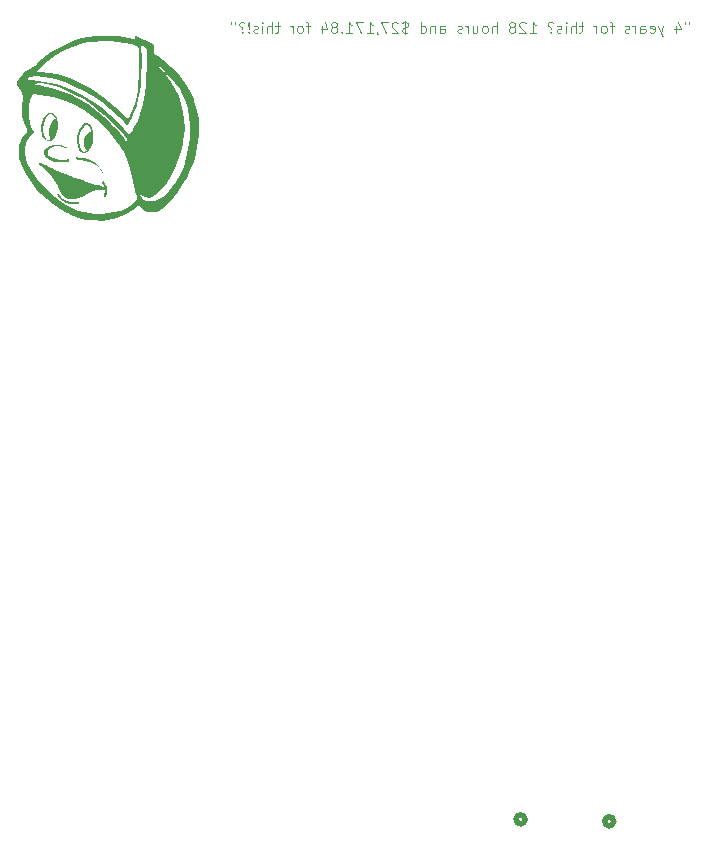
<source format=gbo>
%TF.GenerationSoftware,KiCad,Pcbnew,8.0.3*%
%TF.CreationDate,2024-09-13T09:02:13-04:00*%
%TF.ProjectId,G7 Senior Design V2,47372053-656e-4696-9f72-204465736967,rev?*%
%TF.SameCoordinates,Original*%
%TF.FileFunction,Legend,Bot*%
%TF.FilePolarity,Positive*%
%FSLAX46Y46*%
G04 Gerber Fmt 4.6, Leading zero omitted, Abs format (unit mm)*
G04 Created by KiCad (PCBNEW 8.0.3) date 2024-09-13 09:02:13*
%MOMM*%
%LPD*%
G01*
G04 APERTURE LIST*
%ADD10C,0.100000*%
%ADD11C,0.508000*%
%ADD12C,0.000000*%
%ADD13C,1.574800*%
%ADD14C,1.300000*%
%ADD15O,3.204000X1.704000*%
%ADD16O,3.404000X1.804000*%
%ADD17C,3.580000*%
G04 APERTURE END LIST*
D10*
X198762782Y-51984657D02*
X198762782Y-52156085D01*
X198419925Y-51984657D02*
X198419925Y-52156085D01*
X197648497Y-52284657D02*
X197648497Y-52884657D01*
X197862782Y-51941800D02*
X198077068Y-52584657D01*
X198077068Y-52584657D02*
X197519925Y-52584657D01*
X196577068Y-52284657D02*
X196362782Y-52884657D01*
X196148497Y-52284657D02*
X196362782Y-52884657D01*
X196362782Y-52884657D02*
X196448497Y-53098942D01*
X196448497Y-53098942D02*
X196491354Y-53141800D01*
X196491354Y-53141800D02*
X196577068Y-53184657D01*
X195462783Y-52841800D02*
X195548497Y-52884657D01*
X195548497Y-52884657D02*
X195719926Y-52884657D01*
X195719926Y-52884657D02*
X195805640Y-52841800D01*
X195805640Y-52841800D02*
X195848497Y-52756085D01*
X195848497Y-52756085D02*
X195848497Y-52413228D01*
X195848497Y-52413228D02*
X195805640Y-52327514D01*
X195805640Y-52327514D02*
X195719926Y-52284657D01*
X195719926Y-52284657D02*
X195548497Y-52284657D01*
X195548497Y-52284657D02*
X195462783Y-52327514D01*
X195462783Y-52327514D02*
X195419926Y-52413228D01*
X195419926Y-52413228D02*
X195419926Y-52498942D01*
X195419926Y-52498942D02*
X195848497Y-52584657D01*
X194648497Y-52884657D02*
X194648497Y-52413228D01*
X194648497Y-52413228D02*
X194691354Y-52327514D01*
X194691354Y-52327514D02*
X194777068Y-52284657D01*
X194777068Y-52284657D02*
X194948497Y-52284657D01*
X194948497Y-52284657D02*
X195034211Y-52327514D01*
X194648497Y-52841800D02*
X194734211Y-52884657D01*
X194734211Y-52884657D02*
X194948497Y-52884657D01*
X194948497Y-52884657D02*
X195034211Y-52841800D01*
X195034211Y-52841800D02*
X195077068Y-52756085D01*
X195077068Y-52756085D02*
X195077068Y-52670371D01*
X195077068Y-52670371D02*
X195034211Y-52584657D01*
X195034211Y-52584657D02*
X194948497Y-52541800D01*
X194948497Y-52541800D02*
X194734211Y-52541800D01*
X194734211Y-52541800D02*
X194648497Y-52498942D01*
X194219925Y-52884657D02*
X194219925Y-52284657D01*
X194219925Y-52456085D02*
X194177068Y-52370371D01*
X194177068Y-52370371D02*
X194134211Y-52327514D01*
X194134211Y-52327514D02*
X194048496Y-52284657D01*
X194048496Y-52284657D02*
X193962782Y-52284657D01*
X193705639Y-52841800D02*
X193619925Y-52884657D01*
X193619925Y-52884657D02*
X193448496Y-52884657D01*
X193448496Y-52884657D02*
X193362782Y-52841800D01*
X193362782Y-52841800D02*
X193319925Y-52756085D01*
X193319925Y-52756085D02*
X193319925Y-52713228D01*
X193319925Y-52713228D02*
X193362782Y-52627514D01*
X193362782Y-52627514D02*
X193448496Y-52584657D01*
X193448496Y-52584657D02*
X193577068Y-52584657D01*
X193577068Y-52584657D02*
X193662782Y-52541800D01*
X193662782Y-52541800D02*
X193705639Y-52456085D01*
X193705639Y-52456085D02*
X193705639Y-52413228D01*
X193705639Y-52413228D02*
X193662782Y-52327514D01*
X193662782Y-52327514D02*
X193577068Y-52284657D01*
X193577068Y-52284657D02*
X193448496Y-52284657D01*
X193448496Y-52284657D02*
X193362782Y-52327514D01*
X192377068Y-52284657D02*
X192034211Y-52284657D01*
X192248497Y-52884657D02*
X192248497Y-52113228D01*
X192248497Y-52113228D02*
X192205640Y-52027514D01*
X192205640Y-52027514D02*
X192119925Y-51984657D01*
X192119925Y-51984657D02*
X192034211Y-51984657D01*
X191605639Y-52884657D02*
X191691354Y-52841800D01*
X191691354Y-52841800D02*
X191734211Y-52798942D01*
X191734211Y-52798942D02*
X191777068Y-52713228D01*
X191777068Y-52713228D02*
X191777068Y-52456085D01*
X191777068Y-52456085D02*
X191734211Y-52370371D01*
X191734211Y-52370371D02*
X191691354Y-52327514D01*
X191691354Y-52327514D02*
X191605639Y-52284657D01*
X191605639Y-52284657D02*
X191477068Y-52284657D01*
X191477068Y-52284657D02*
X191391354Y-52327514D01*
X191391354Y-52327514D02*
X191348497Y-52370371D01*
X191348497Y-52370371D02*
X191305639Y-52456085D01*
X191305639Y-52456085D02*
X191305639Y-52713228D01*
X191305639Y-52713228D02*
X191348497Y-52798942D01*
X191348497Y-52798942D02*
X191391354Y-52841800D01*
X191391354Y-52841800D02*
X191477068Y-52884657D01*
X191477068Y-52884657D02*
X191605639Y-52884657D01*
X190919925Y-52884657D02*
X190919925Y-52284657D01*
X190919925Y-52456085D02*
X190877068Y-52370371D01*
X190877068Y-52370371D02*
X190834211Y-52327514D01*
X190834211Y-52327514D02*
X190748496Y-52284657D01*
X190748496Y-52284657D02*
X190662782Y-52284657D01*
X189805639Y-52284657D02*
X189462782Y-52284657D01*
X189677068Y-51984657D02*
X189677068Y-52756085D01*
X189677068Y-52756085D02*
X189634211Y-52841800D01*
X189634211Y-52841800D02*
X189548496Y-52884657D01*
X189548496Y-52884657D02*
X189462782Y-52884657D01*
X189162782Y-52884657D02*
X189162782Y-51984657D01*
X188777068Y-52884657D02*
X188777068Y-52413228D01*
X188777068Y-52413228D02*
X188819925Y-52327514D01*
X188819925Y-52327514D02*
X188905639Y-52284657D01*
X188905639Y-52284657D02*
X189034210Y-52284657D01*
X189034210Y-52284657D02*
X189119925Y-52327514D01*
X189119925Y-52327514D02*
X189162782Y-52370371D01*
X188348496Y-52884657D02*
X188348496Y-52284657D01*
X188348496Y-51984657D02*
X188391353Y-52027514D01*
X188391353Y-52027514D02*
X188348496Y-52070371D01*
X188348496Y-52070371D02*
X188305639Y-52027514D01*
X188305639Y-52027514D02*
X188348496Y-51984657D01*
X188348496Y-51984657D02*
X188348496Y-52070371D01*
X187962782Y-52841800D02*
X187877068Y-52884657D01*
X187877068Y-52884657D02*
X187705639Y-52884657D01*
X187705639Y-52884657D02*
X187619925Y-52841800D01*
X187619925Y-52841800D02*
X187577068Y-52756085D01*
X187577068Y-52756085D02*
X187577068Y-52713228D01*
X187577068Y-52713228D02*
X187619925Y-52627514D01*
X187619925Y-52627514D02*
X187705639Y-52584657D01*
X187705639Y-52584657D02*
X187834211Y-52584657D01*
X187834211Y-52584657D02*
X187919925Y-52541800D01*
X187919925Y-52541800D02*
X187962782Y-52456085D01*
X187962782Y-52456085D02*
X187962782Y-52413228D01*
X187962782Y-52413228D02*
X187919925Y-52327514D01*
X187919925Y-52327514D02*
X187834211Y-52284657D01*
X187834211Y-52284657D02*
X187705639Y-52284657D01*
X187705639Y-52284657D02*
X187619925Y-52327514D01*
X187062782Y-52798942D02*
X187019925Y-52841800D01*
X187019925Y-52841800D02*
X187062782Y-52884657D01*
X187062782Y-52884657D02*
X187105640Y-52841800D01*
X187105640Y-52841800D02*
X187062782Y-52798942D01*
X187062782Y-52798942D02*
X187062782Y-52884657D01*
X187234211Y-52027514D02*
X187148497Y-51984657D01*
X187148497Y-51984657D02*
X186934211Y-51984657D01*
X186934211Y-51984657D02*
X186848497Y-52027514D01*
X186848497Y-52027514D02*
X186805640Y-52113228D01*
X186805640Y-52113228D02*
X186805640Y-52198942D01*
X186805640Y-52198942D02*
X186848497Y-52284657D01*
X186848497Y-52284657D02*
X186891354Y-52327514D01*
X186891354Y-52327514D02*
X186977068Y-52370371D01*
X186977068Y-52370371D02*
X187019925Y-52413228D01*
X187019925Y-52413228D02*
X187062782Y-52498942D01*
X187062782Y-52498942D02*
X187062782Y-52541800D01*
X185262782Y-52884657D02*
X185777068Y-52884657D01*
X185519925Y-52884657D02*
X185519925Y-51984657D01*
X185519925Y-51984657D02*
X185605639Y-52113228D01*
X185605639Y-52113228D02*
X185691354Y-52198942D01*
X185691354Y-52198942D02*
X185777068Y-52241800D01*
X184919925Y-52070371D02*
X184877068Y-52027514D01*
X184877068Y-52027514D02*
X184791354Y-51984657D01*
X184791354Y-51984657D02*
X184577068Y-51984657D01*
X184577068Y-51984657D02*
X184491354Y-52027514D01*
X184491354Y-52027514D02*
X184448496Y-52070371D01*
X184448496Y-52070371D02*
X184405639Y-52156085D01*
X184405639Y-52156085D02*
X184405639Y-52241800D01*
X184405639Y-52241800D02*
X184448496Y-52370371D01*
X184448496Y-52370371D02*
X184962782Y-52884657D01*
X184962782Y-52884657D02*
X184405639Y-52884657D01*
X183891353Y-52370371D02*
X183977068Y-52327514D01*
X183977068Y-52327514D02*
X184019925Y-52284657D01*
X184019925Y-52284657D02*
X184062782Y-52198942D01*
X184062782Y-52198942D02*
X184062782Y-52156085D01*
X184062782Y-52156085D02*
X184019925Y-52070371D01*
X184019925Y-52070371D02*
X183977068Y-52027514D01*
X183977068Y-52027514D02*
X183891353Y-51984657D01*
X183891353Y-51984657D02*
X183719925Y-51984657D01*
X183719925Y-51984657D02*
X183634211Y-52027514D01*
X183634211Y-52027514D02*
X183591353Y-52070371D01*
X183591353Y-52070371D02*
X183548496Y-52156085D01*
X183548496Y-52156085D02*
X183548496Y-52198942D01*
X183548496Y-52198942D02*
X183591353Y-52284657D01*
X183591353Y-52284657D02*
X183634211Y-52327514D01*
X183634211Y-52327514D02*
X183719925Y-52370371D01*
X183719925Y-52370371D02*
X183891353Y-52370371D01*
X183891353Y-52370371D02*
X183977068Y-52413228D01*
X183977068Y-52413228D02*
X184019925Y-52456085D01*
X184019925Y-52456085D02*
X184062782Y-52541800D01*
X184062782Y-52541800D02*
X184062782Y-52713228D01*
X184062782Y-52713228D02*
X184019925Y-52798942D01*
X184019925Y-52798942D02*
X183977068Y-52841800D01*
X183977068Y-52841800D02*
X183891353Y-52884657D01*
X183891353Y-52884657D02*
X183719925Y-52884657D01*
X183719925Y-52884657D02*
X183634211Y-52841800D01*
X183634211Y-52841800D02*
X183591353Y-52798942D01*
X183591353Y-52798942D02*
X183548496Y-52713228D01*
X183548496Y-52713228D02*
X183548496Y-52541800D01*
X183548496Y-52541800D02*
X183591353Y-52456085D01*
X183591353Y-52456085D02*
X183634211Y-52413228D01*
X183634211Y-52413228D02*
X183719925Y-52370371D01*
X182477068Y-52884657D02*
X182477068Y-51984657D01*
X182091354Y-52884657D02*
X182091354Y-52413228D01*
X182091354Y-52413228D02*
X182134211Y-52327514D01*
X182134211Y-52327514D02*
X182219925Y-52284657D01*
X182219925Y-52284657D02*
X182348496Y-52284657D01*
X182348496Y-52284657D02*
X182434211Y-52327514D01*
X182434211Y-52327514D02*
X182477068Y-52370371D01*
X181534210Y-52884657D02*
X181619925Y-52841800D01*
X181619925Y-52841800D02*
X181662782Y-52798942D01*
X181662782Y-52798942D02*
X181705639Y-52713228D01*
X181705639Y-52713228D02*
X181705639Y-52456085D01*
X181705639Y-52456085D02*
X181662782Y-52370371D01*
X181662782Y-52370371D02*
X181619925Y-52327514D01*
X181619925Y-52327514D02*
X181534210Y-52284657D01*
X181534210Y-52284657D02*
X181405639Y-52284657D01*
X181405639Y-52284657D02*
X181319925Y-52327514D01*
X181319925Y-52327514D02*
X181277068Y-52370371D01*
X181277068Y-52370371D02*
X181234210Y-52456085D01*
X181234210Y-52456085D02*
X181234210Y-52713228D01*
X181234210Y-52713228D02*
X181277068Y-52798942D01*
X181277068Y-52798942D02*
X181319925Y-52841800D01*
X181319925Y-52841800D02*
X181405639Y-52884657D01*
X181405639Y-52884657D02*
X181534210Y-52884657D01*
X180462782Y-52284657D02*
X180462782Y-52884657D01*
X180848496Y-52284657D02*
X180848496Y-52756085D01*
X180848496Y-52756085D02*
X180805639Y-52841800D01*
X180805639Y-52841800D02*
X180719924Y-52884657D01*
X180719924Y-52884657D02*
X180591353Y-52884657D01*
X180591353Y-52884657D02*
X180505639Y-52841800D01*
X180505639Y-52841800D02*
X180462782Y-52798942D01*
X180034210Y-52884657D02*
X180034210Y-52284657D01*
X180034210Y-52456085D02*
X179991353Y-52370371D01*
X179991353Y-52370371D02*
X179948496Y-52327514D01*
X179948496Y-52327514D02*
X179862781Y-52284657D01*
X179862781Y-52284657D02*
X179777067Y-52284657D01*
X179519924Y-52841800D02*
X179434210Y-52884657D01*
X179434210Y-52884657D02*
X179262781Y-52884657D01*
X179262781Y-52884657D02*
X179177067Y-52841800D01*
X179177067Y-52841800D02*
X179134210Y-52756085D01*
X179134210Y-52756085D02*
X179134210Y-52713228D01*
X179134210Y-52713228D02*
X179177067Y-52627514D01*
X179177067Y-52627514D02*
X179262781Y-52584657D01*
X179262781Y-52584657D02*
X179391353Y-52584657D01*
X179391353Y-52584657D02*
X179477067Y-52541800D01*
X179477067Y-52541800D02*
X179519924Y-52456085D01*
X179519924Y-52456085D02*
X179519924Y-52413228D01*
X179519924Y-52413228D02*
X179477067Y-52327514D01*
X179477067Y-52327514D02*
X179391353Y-52284657D01*
X179391353Y-52284657D02*
X179262781Y-52284657D01*
X179262781Y-52284657D02*
X179177067Y-52327514D01*
X177677068Y-52884657D02*
X177677068Y-52413228D01*
X177677068Y-52413228D02*
X177719925Y-52327514D01*
X177719925Y-52327514D02*
X177805639Y-52284657D01*
X177805639Y-52284657D02*
X177977068Y-52284657D01*
X177977068Y-52284657D02*
X178062782Y-52327514D01*
X177677068Y-52841800D02*
X177762782Y-52884657D01*
X177762782Y-52884657D02*
X177977068Y-52884657D01*
X177977068Y-52884657D02*
X178062782Y-52841800D01*
X178062782Y-52841800D02*
X178105639Y-52756085D01*
X178105639Y-52756085D02*
X178105639Y-52670371D01*
X178105639Y-52670371D02*
X178062782Y-52584657D01*
X178062782Y-52584657D02*
X177977068Y-52541800D01*
X177977068Y-52541800D02*
X177762782Y-52541800D01*
X177762782Y-52541800D02*
X177677068Y-52498942D01*
X177248496Y-52284657D02*
X177248496Y-52884657D01*
X177248496Y-52370371D02*
X177205639Y-52327514D01*
X177205639Y-52327514D02*
X177119924Y-52284657D01*
X177119924Y-52284657D02*
X176991353Y-52284657D01*
X176991353Y-52284657D02*
X176905639Y-52327514D01*
X176905639Y-52327514D02*
X176862782Y-52413228D01*
X176862782Y-52413228D02*
X176862782Y-52884657D01*
X176048496Y-52884657D02*
X176048496Y-51984657D01*
X176048496Y-52841800D02*
X176134210Y-52884657D01*
X176134210Y-52884657D02*
X176305638Y-52884657D01*
X176305638Y-52884657D02*
X176391353Y-52841800D01*
X176391353Y-52841800D02*
X176434210Y-52798942D01*
X176434210Y-52798942D02*
X176477067Y-52713228D01*
X176477067Y-52713228D02*
X176477067Y-52456085D01*
X176477067Y-52456085D02*
X176434210Y-52370371D01*
X176434210Y-52370371D02*
X176391353Y-52327514D01*
X176391353Y-52327514D02*
X176305638Y-52284657D01*
X176305638Y-52284657D02*
X176134210Y-52284657D01*
X176134210Y-52284657D02*
X176048496Y-52327514D01*
X174977067Y-52841800D02*
X174848496Y-52884657D01*
X174848496Y-52884657D02*
X174634210Y-52884657D01*
X174634210Y-52884657D02*
X174548496Y-52841800D01*
X174548496Y-52841800D02*
X174505638Y-52798942D01*
X174505638Y-52798942D02*
X174462781Y-52713228D01*
X174462781Y-52713228D02*
X174462781Y-52627514D01*
X174462781Y-52627514D02*
X174505638Y-52541800D01*
X174505638Y-52541800D02*
X174548496Y-52498942D01*
X174548496Y-52498942D02*
X174634210Y-52456085D01*
X174634210Y-52456085D02*
X174805638Y-52413228D01*
X174805638Y-52413228D02*
X174891353Y-52370371D01*
X174891353Y-52370371D02*
X174934210Y-52327514D01*
X174934210Y-52327514D02*
X174977067Y-52241800D01*
X174977067Y-52241800D02*
X174977067Y-52156085D01*
X174977067Y-52156085D02*
X174934210Y-52070371D01*
X174934210Y-52070371D02*
X174891353Y-52027514D01*
X174891353Y-52027514D02*
X174805638Y-51984657D01*
X174805638Y-51984657D02*
X174591353Y-51984657D01*
X174591353Y-51984657D02*
X174462781Y-52027514D01*
X174719924Y-51856085D02*
X174719924Y-53013228D01*
X174119924Y-52070371D02*
X174077067Y-52027514D01*
X174077067Y-52027514D02*
X173991353Y-51984657D01*
X173991353Y-51984657D02*
X173777067Y-51984657D01*
X173777067Y-51984657D02*
X173691353Y-52027514D01*
X173691353Y-52027514D02*
X173648495Y-52070371D01*
X173648495Y-52070371D02*
X173605638Y-52156085D01*
X173605638Y-52156085D02*
X173605638Y-52241800D01*
X173605638Y-52241800D02*
X173648495Y-52370371D01*
X173648495Y-52370371D02*
X174162781Y-52884657D01*
X174162781Y-52884657D02*
X173605638Y-52884657D01*
X173305638Y-51984657D02*
X172705638Y-51984657D01*
X172705638Y-51984657D02*
X173091352Y-52884657D01*
X172319924Y-52841800D02*
X172319924Y-52884657D01*
X172319924Y-52884657D02*
X172362781Y-52970371D01*
X172362781Y-52970371D02*
X172405638Y-53013228D01*
X171462781Y-52884657D02*
X171977067Y-52884657D01*
X171719924Y-52884657D02*
X171719924Y-51984657D01*
X171719924Y-51984657D02*
X171805638Y-52113228D01*
X171805638Y-52113228D02*
X171891353Y-52198942D01*
X171891353Y-52198942D02*
X171977067Y-52241800D01*
X171162781Y-51984657D02*
X170562781Y-51984657D01*
X170562781Y-51984657D02*
X170948495Y-52884657D01*
X169748495Y-52884657D02*
X170262781Y-52884657D01*
X170005638Y-52884657D02*
X170005638Y-51984657D01*
X170005638Y-51984657D02*
X170091352Y-52113228D01*
X170091352Y-52113228D02*
X170177067Y-52198942D01*
X170177067Y-52198942D02*
X170262781Y-52241800D01*
X169362781Y-52798942D02*
X169319924Y-52841800D01*
X169319924Y-52841800D02*
X169362781Y-52884657D01*
X169362781Y-52884657D02*
X169405638Y-52841800D01*
X169405638Y-52841800D02*
X169362781Y-52798942D01*
X169362781Y-52798942D02*
X169362781Y-52884657D01*
X168805638Y-52370371D02*
X168891353Y-52327514D01*
X168891353Y-52327514D02*
X168934210Y-52284657D01*
X168934210Y-52284657D02*
X168977067Y-52198942D01*
X168977067Y-52198942D02*
X168977067Y-52156085D01*
X168977067Y-52156085D02*
X168934210Y-52070371D01*
X168934210Y-52070371D02*
X168891353Y-52027514D01*
X168891353Y-52027514D02*
X168805638Y-51984657D01*
X168805638Y-51984657D02*
X168634210Y-51984657D01*
X168634210Y-51984657D02*
X168548496Y-52027514D01*
X168548496Y-52027514D02*
X168505638Y-52070371D01*
X168505638Y-52070371D02*
X168462781Y-52156085D01*
X168462781Y-52156085D02*
X168462781Y-52198942D01*
X168462781Y-52198942D02*
X168505638Y-52284657D01*
X168505638Y-52284657D02*
X168548496Y-52327514D01*
X168548496Y-52327514D02*
X168634210Y-52370371D01*
X168634210Y-52370371D02*
X168805638Y-52370371D01*
X168805638Y-52370371D02*
X168891353Y-52413228D01*
X168891353Y-52413228D02*
X168934210Y-52456085D01*
X168934210Y-52456085D02*
X168977067Y-52541800D01*
X168977067Y-52541800D02*
X168977067Y-52713228D01*
X168977067Y-52713228D02*
X168934210Y-52798942D01*
X168934210Y-52798942D02*
X168891353Y-52841800D01*
X168891353Y-52841800D02*
X168805638Y-52884657D01*
X168805638Y-52884657D02*
X168634210Y-52884657D01*
X168634210Y-52884657D02*
X168548496Y-52841800D01*
X168548496Y-52841800D02*
X168505638Y-52798942D01*
X168505638Y-52798942D02*
X168462781Y-52713228D01*
X168462781Y-52713228D02*
X168462781Y-52541800D01*
X168462781Y-52541800D02*
X168505638Y-52456085D01*
X168505638Y-52456085D02*
X168548496Y-52413228D01*
X168548496Y-52413228D02*
X168634210Y-52370371D01*
X167691353Y-52284657D02*
X167691353Y-52884657D01*
X167905638Y-51941800D02*
X168119924Y-52584657D01*
X168119924Y-52584657D02*
X167562781Y-52584657D01*
X166662781Y-52284657D02*
X166319924Y-52284657D01*
X166534210Y-52884657D02*
X166534210Y-52113228D01*
X166534210Y-52113228D02*
X166491353Y-52027514D01*
X166491353Y-52027514D02*
X166405638Y-51984657D01*
X166405638Y-51984657D02*
X166319924Y-51984657D01*
X165891352Y-52884657D02*
X165977067Y-52841800D01*
X165977067Y-52841800D02*
X166019924Y-52798942D01*
X166019924Y-52798942D02*
X166062781Y-52713228D01*
X166062781Y-52713228D02*
X166062781Y-52456085D01*
X166062781Y-52456085D02*
X166019924Y-52370371D01*
X166019924Y-52370371D02*
X165977067Y-52327514D01*
X165977067Y-52327514D02*
X165891352Y-52284657D01*
X165891352Y-52284657D02*
X165762781Y-52284657D01*
X165762781Y-52284657D02*
X165677067Y-52327514D01*
X165677067Y-52327514D02*
X165634210Y-52370371D01*
X165634210Y-52370371D02*
X165591352Y-52456085D01*
X165591352Y-52456085D02*
X165591352Y-52713228D01*
X165591352Y-52713228D02*
X165634210Y-52798942D01*
X165634210Y-52798942D02*
X165677067Y-52841800D01*
X165677067Y-52841800D02*
X165762781Y-52884657D01*
X165762781Y-52884657D02*
X165891352Y-52884657D01*
X165205638Y-52884657D02*
X165205638Y-52284657D01*
X165205638Y-52456085D02*
X165162781Y-52370371D01*
X165162781Y-52370371D02*
X165119924Y-52327514D01*
X165119924Y-52327514D02*
X165034209Y-52284657D01*
X165034209Y-52284657D02*
X164948495Y-52284657D01*
X164091352Y-52284657D02*
X163748495Y-52284657D01*
X163962781Y-51984657D02*
X163962781Y-52756085D01*
X163962781Y-52756085D02*
X163919924Y-52841800D01*
X163919924Y-52841800D02*
X163834209Y-52884657D01*
X163834209Y-52884657D02*
X163748495Y-52884657D01*
X163448495Y-52884657D02*
X163448495Y-51984657D01*
X163062781Y-52884657D02*
X163062781Y-52413228D01*
X163062781Y-52413228D02*
X163105638Y-52327514D01*
X163105638Y-52327514D02*
X163191352Y-52284657D01*
X163191352Y-52284657D02*
X163319923Y-52284657D01*
X163319923Y-52284657D02*
X163405638Y-52327514D01*
X163405638Y-52327514D02*
X163448495Y-52370371D01*
X162634209Y-52884657D02*
X162634209Y-52284657D01*
X162634209Y-51984657D02*
X162677066Y-52027514D01*
X162677066Y-52027514D02*
X162634209Y-52070371D01*
X162634209Y-52070371D02*
X162591352Y-52027514D01*
X162591352Y-52027514D02*
X162634209Y-51984657D01*
X162634209Y-51984657D02*
X162634209Y-52070371D01*
X162248495Y-52841800D02*
X162162781Y-52884657D01*
X162162781Y-52884657D02*
X161991352Y-52884657D01*
X161991352Y-52884657D02*
X161905638Y-52841800D01*
X161905638Y-52841800D02*
X161862781Y-52756085D01*
X161862781Y-52756085D02*
X161862781Y-52713228D01*
X161862781Y-52713228D02*
X161905638Y-52627514D01*
X161905638Y-52627514D02*
X161991352Y-52584657D01*
X161991352Y-52584657D02*
X162119924Y-52584657D01*
X162119924Y-52584657D02*
X162205638Y-52541800D01*
X162205638Y-52541800D02*
X162248495Y-52456085D01*
X162248495Y-52456085D02*
X162248495Y-52413228D01*
X162248495Y-52413228D02*
X162205638Y-52327514D01*
X162205638Y-52327514D02*
X162119924Y-52284657D01*
X162119924Y-52284657D02*
X161991352Y-52284657D01*
X161991352Y-52284657D02*
X161905638Y-52327514D01*
X161477067Y-52798942D02*
X161434210Y-52841800D01*
X161434210Y-52841800D02*
X161477067Y-52884657D01*
X161477067Y-52884657D02*
X161519924Y-52841800D01*
X161519924Y-52841800D02*
X161477067Y-52798942D01*
X161477067Y-52798942D02*
X161477067Y-52884657D01*
X161477067Y-52541800D02*
X161519924Y-52027514D01*
X161519924Y-52027514D02*
X161477067Y-51984657D01*
X161477067Y-51984657D02*
X161434210Y-52027514D01*
X161434210Y-52027514D02*
X161477067Y-52541800D01*
X161477067Y-52541800D02*
X161477067Y-51984657D01*
X160919924Y-52798942D02*
X160877067Y-52841800D01*
X160877067Y-52841800D02*
X160919924Y-52884657D01*
X160919924Y-52884657D02*
X160962782Y-52841800D01*
X160962782Y-52841800D02*
X160919924Y-52798942D01*
X160919924Y-52798942D02*
X160919924Y-52884657D01*
X161091353Y-52027514D02*
X161005639Y-51984657D01*
X161005639Y-51984657D02*
X160791353Y-51984657D01*
X160791353Y-51984657D02*
X160705639Y-52027514D01*
X160705639Y-52027514D02*
X160662782Y-52113228D01*
X160662782Y-52113228D02*
X160662782Y-52198942D01*
X160662782Y-52198942D02*
X160705639Y-52284657D01*
X160705639Y-52284657D02*
X160748496Y-52327514D01*
X160748496Y-52327514D02*
X160834210Y-52370371D01*
X160834210Y-52370371D02*
X160877067Y-52413228D01*
X160877067Y-52413228D02*
X160919924Y-52498942D01*
X160919924Y-52498942D02*
X160919924Y-52541800D01*
X160319924Y-51984657D02*
X160319924Y-52156085D01*
X159977067Y-51984657D02*
X159977067Y-52156085D01*
D11*
%TO.C,J4*%
X184881000Y-119486000D02*
G75*
G02*
X184119000Y-119486000I-381000J0D01*
G01*
X184119000Y-119486000D02*
G75*
G02*
X184881000Y-119486000I381000J0D01*
G01*
%TO.C,J3*%
X192381000Y-119646000D02*
G75*
G02*
X191619000Y-119646000I-381000J0D01*
G01*
X191619000Y-119646000D02*
G75*
G02*
X192381000Y-119646000I381000J0D01*
G01*
D12*
%TO.C,G\u002A\u002A\u002A*%
G36*
X147199443Y-63459000D02*
G01*
X147533893Y-63508473D01*
X147904108Y-63608403D01*
X148225547Y-63746814D01*
X148228734Y-63748536D01*
X148412904Y-63868221D01*
X148610392Y-64028902D01*
X148800340Y-64210650D01*
X148961889Y-64393536D01*
X149074180Y-64557632D01*
X149075139Y-64559391D01*
X149140206Y-64685885D01*
X149162797Y-64746345D01*
X149144867Y-64741290D01*
X149088373Y-64671239D01*
X148995271Y-64536710D01*
X148932444Y-64449485D01*
X148692083Y-64200816D01*
X148392525Y-63991355D01*
X148044549Y-63826549D01*
X147658932Y-63711846D01*
X147246451Y-63652695D01*
X147083668Y-63640294D01*
X146978164Y-63626916D01*
X146922082Y-63607622D01*
X146899850Y-63576936D01*
X146895899Y-63529379D01*
X146895899Y-63430600D01*
X147199443Y-63459000D01*
G37*
G36*
X145350980Y-66455859D02*
G01*
X145405295Y-66537852D01*
X145479955Y-66658301D01*
X145607071Y-66806312D01*
X145757521Y-66945977D01*
X145906936Y-67052306D01*
X146122277Y-67150862D01*
X146444093Y-67222764D01*
X146801545Y-67225889D01*
X146860624Y-67221037D01*
X146988769Y-67213482D01*
X147059605Y-67218433D01*
X147089848Y-67238820D01*
X147096215Y-67277577D01*
X147084630Y-67322623D01*
X147026104Y-67372426D01*
X147017034Y-67374357D01*
X146931654Y-67383297D01*
X146796171Y-67390448D01*
X146635489Y-67394410D01*
X146310408Y-67367861D01*
X146003286Y-67272292D01*
X145723792Y-67104716D01*
X145645560Y-67038056D01*
X145531606Y-66921111D01*
X145424025Y-66791920D01*
X145335627Y-66667447D01*
X145279218Y-66564654D01*
X145267606Y-66500506D01*
X145300841Y-66449768D01*
X145350980Y-66455859D01*
G37*
G36*
X145543779Y-62404500D02*
G01*
X145824212Y-62477397D01*
X145838452Y-62482571D01*
X145968063Y-62534236D01*
X146059815Y-62578901D01*
X146094637Y-62607397D01*
X146094691Y-62618636D01*
X146089313Y-62632401D01*
X146064438Y-62635320D01*
X146005443Y-62625521D01*
X145897702Y-62601132D01*
X145726592Y-62560280D01*
X145515526Y-62515094D01*
X145288665Y-62485914D01*
X145095642Y-62489320D01*
X144914656Y-62524346D01*
X144889717Y-62531866D01*
X144719202Y-62619432D01*
X144585042Y-62749910D01*
X144497191Y-62906366D01*
X144465602Y-63071864D01*
X144500229Y-63229469D01*
X144503891Y-63236749D01*
X144600854Y-63346575D01*
X144761418Y-63445385D01*
X144970367Y-63529746D01*
X145212486Y-63596228D01*
X145472558Y-63641398D01*
X145735367Y-63661824D01*
X145985696Y-63654075D01*
X146208330Y-63614718D01*
X146243862Y-63606214D01*
X146288086Y-63616149D01*
X146288456Y-63684158D01*
X146251416Y-63762615D01*
X146154732Y-63805010D01*
X146099858Y-63814266D01*
X145928136Y-63828882D01*
X145716008Y-63834194D01*
X145490799Y-63830423D01*
X145279833Y-63817791D01*
X145110434Y-63796521D01*
X145101943Y-63794935D01*
X144869508Y-63728983D01*
X144639193Y-63626009D01*
X144436965Y-63499693D01*
X144288794Y-63363714D01*
X144230487Y-63278299D01*
X144173845Y-63102729D01*
X144188377Y-62923680D01*
X144269931Y-62752349D01*
X144414354Y-62599929D01*
X144617492Y-62477618D01*
X144695525Y-62447099D01*
X144953954Y-62389356D01*
X145245200Y-62375154D01*
X145543779Y-62404500D01*
G37*
G36*
X145273690Y-60234451D02*
G01*
X145303320Y-60465115D01*
X145311281Y-60760000D01*
X145300872Y-61040021D01*
X145263933Y-61299637D01*
X145194626Y-61515285D01*
X145087072Y-61704568D01*
X144935387Y-61885090D01*
X144934634Y-61885870D01*
X144827829Y-61991124D01*
X144747300Y-62049531D01*
X144667021Y-62074641D01*
X144560968Y-62080000D01*
X144476464Y-62073151D01*
X144295160Y-62003549D01*
X144141446Y-61860753D01*
X144018228Y-61647082D01*
X143940852Y-61402569D01*
X143904460Y-61115988D01*
X143910360Y-60924498D01*
X144099493Y-60924498D01*
X144102773Y-61203286D01*
X144140509Y-61461718D01*
X144213529Y-61682916D01*
X144322659Y-61850000D01*
X144421902Y-61928006D01*
X144559704Y-61960000D01*
X144620016Y-61957868D01*
X144678951Y-61937131D01*
X144681080Y-61881273D01*
X144632581Y-61774572D01*
X144621308Y-61751108D01*
X144575884Y-61576877D01*
X144567408Y-61361722D01*
X144591440Y-61122888D01*
X144643541Y-60877618D01*
X144719271Y-60643156D01*
X144814192Y-60436747D01*
X144923863Y-60275634D01*
X145043845Y-60177062D01*
X145131546Y-60133407D01*
X145032031Y-59996703D01*
X144997986Y-59955137D01*
X144872488Y-59852883D01*
X144732430Y-59793534D01*
X144605107Y-59790288D01*
X144585025Y-59798318D01*
X144504491Y-59854908D01*
X144416156Y-59941370D01*
X144414402Y-59943372D01*
X144288125Y-60134792D01*
X144192996Y-60373372D01*
X144129843Y-60642234D01*
X144099493Y-60924498D01*
X143910360Y-60924498D01*
X143913575Y-60820130D01*
X143964555Y-60529281D01*
X144053756Y-60257725D01*
X144177537Y-60019749D01*
X144332255Y-59829637D01*
X144514267Y-59701675D01*
X144527590Y-59695563D01*
X144697347Y-59655744D01*
X144863337Y-59691935D01*
X145033341Y-59805694D01*
X145133326Y-59910528D01*
X145218366Y-60054194D01*
X145242678Y-60133407D01*
X145273690Y-60234451D01*
G37*
G36*
X148324634Y-61459407D02*
G01*
X148326643Y-61796957D01*
X148268282Y-62185590D01*
X148141679Y-62535042D01*
X148086163Y-62644719D01*
X147991672Y-62802149D01*
X147894693Y-62916964D01*
X147778389Y-63011230D01*
X147760604Y-63022880D01*
X147604987Y-63076219D01*
X147440933Y-63058353D01*
X147283129Y-62973581D01*
X147146262Y-62826202D01*
X147109284Y-62760885D01*
X147045149Y-62597170D01*
X146990089Y-62398082D01*
X146951443Y-62192253D01*
X146936555Y-62008313D01*
X146936662Y-62003081D01*
X147136278Y-62003081D01*
X147144057Y-62150656D01*
X147177812Y-62367846D01*
X147232294Y-62576151D01*
X147300926Y-62751869D01*
X147377135Y-62871297D01*
X147438519Y-62921270D01*
X147569276Y-62956765D01*
X147706984Y-62916904D01*
X147746777Y-62889275D01*
X147749206Y-62853578D01*
X147696680Y-62790269D01*
X147604027Y-62645025D01*
X147548186Y-62442848D01*
X147536338Y-62212333D01*
X147564909Y-61970976D01*
X147630326Y-61736272D01*
X147729013Y-61525715D01*
X147857399Y-61356802D01*
X148011910Y-61247027D01*
X148165400Y-61178415D01*
X148111412Y-61019207D01*
X148067809Y-60922754D01*
X147982539Y-60801984D01*
X147885728Y-60714019D01*
X147796970Y-60680000D01*
X147786074Y-60680246D01*
X147648199Y-60724122D01*
X147515751Y-60835567D01*
X147394483Y-61003060D01*
X147290148Y-61215080D01*
X147208500Y-61460104D01*
X147155292Y-61726612D01*
X147136278Y-62003081D01*
X146936662Y-62003081D01*
X146937645Y-61955134D01*
X146964394Y-61714209D01*
X147020579Y-61449347D01*
X147097708Y-61195162D01*
X147187291Y-60986267D01*
X147330434Y-60769667D01*
X147487241Y-60624441D01*
X147648813Y-60551191D01*
X147808119Y-60546992D01*
X147958131Y-60608919D01*
X148091818Y-60734049D01*
X148202151Y-60919456D01*
X148282099Y-61162217D01*
X148284417Y-61178415D01*
X148324634Y-61459407D01*
G37*
G36*
X143823891Y-63912536D02*
G01*
X143922285Y-63947313D01*
X144070333Y-64011498D01*
X144278805Y-64108739D01*
X144301251Y-64119366D01*
X144545153Y-64232508D01*
X144826525Y-64359769D01*
X145112301Y-64486334D01*
X145369413Y-64597387D01*
X145514716Y-64658921D01*
X145756708Y-64760422D01*
X145972475Y-64849102D01*
X146187337Y-64935172D01*
X146426610Y-65028842D01*
X146715615Y-65140325D01*
X146820605Y-65178029D01*
X146989798Y-65235549D01*
X147208586Y-65308123D01*
X147463402Y-65391389D01*
X147740680Y-65480987D01*
X148026855Y-65572553D01*
X148308359Y-65661728D01*
X148571629Y-65744149D01*
X148803096Y-65815456D01*
X148989196Y-65871285D01*
X149118790Y-65906368D01*
X149220137Y-65920115D01*
X149256976Y-65894598D01*
X149234891Y-65824325D01*
X149159464Y-65703805D01*
X149154367Y-65696309D01*
X149089615Y-65598471D01*
X149066718Y-65544427D01*
X149083603Y-65512412D01*
X149138195Y-65480661D01*
X149173152Y-65466512D01*
X149216931Y-65475636D01*
X149266062Y-65531182D01*
X149335651Y-65645782D01*
X149339320Y-65652238D01*
X149448994Y-65913794D01*
X149488381Y-66192546D01*
X149459488Y-66502377D01*
X149458894Y-66505516D01*
X149429975Y-66643297D01*
X149402400Y-66719885D01*
X149365976Y-66752909D01*
X149310507Y-66760000D01*
X149275868Y-66758809D01*
X149229185Y-66736819D01*
X149236386Y-66670000D01*
X149246488Y-66627983D01*
X149267734Y-66509175D01*
X149286727Y-66370000D01*
X149310895Y-66160000D01*
X149031865Y-66160000D01*
X148918938Y-66165069D01*
X148614961Y-66217779D01*
X148284892Y-66322534D01*
X147946869Y-66472885D01*
X147619031Y-66662381D01*
X147544099Y-66707014D01*
X147323063Y-66809440D01*
X147069187Y-66896422D01*
X146815773Y-66955795D01*
X146591175Y-66979370D01*
X146295034Y-66954473D01*
X146034749Y-66858685D01*
X145809161Y-66691310D01*
X145617112Y-66451652D01*
X145457445Y-66139014D01*
X145349347Y-65890330D01*
X145203277Y-65603879D01*
X145036614Y-65337004D01*
X144829762Y-65055889D01*
X144558624Y-64736995D01*
X144268152Y-64457939D01*
X143929262Y-64191074D01*
X143815206Y-64107760D01*
X143736645Y-64044656D01*
X143703052Y-64002154D01*
X143703873Y-63966127D01*
X143728551Y-63922448D01*
X143732974Y-63916622D01*
X143764377Y-63903521D01*
X143823891Y-63912536D01*
G37*
G36*
X153836830Y-54883069D02*
G01*
X153965454Y-54970168D01*
X154222584Y-55153709D01*
X154457547Y-55337725D01*
X154688529Y-55537612D01*
X154933714Y-55768763D01*
X155211287Y-56046571D01*
X155631836Y-56509587D01*
X156102468Y-57129651D01*
X156502121Y-57786002D01*
X156831701Y-58480000D01*
X156884643Y-58622247D01*
X156964395Y-58880874D01*
X157044488Y-59185713D01*
X157120494Y-59517066D01*
X157187988Y-59855234D01*
X157242539Y-60180521D01*
X157279723Y-60473229D01*
X157287111Y-60555768D01*
X157302260Y-61011683D01*
X157300660Y-61050931D01*
X157281788Y-61513710D01*
X157228186Y-62041801D01*
X157143944Y-62575908D01*
X157031555Y-63095983D01*
X156893507Y-63581978D01*
X156810587Y-63828852D01*
X156536911Y-64537201D01*
X156225963Y-65190168D01*
X155870103Y-65802733D01*
X155461693Y-66389878D01*
X155117968Y-66824991D01*
X154775312Y-67213863D01*
X154453360Y-67530903D01*
X154153250Y-67775090D01*
X153876122Y-67945399D01*
X153623114Y-68040810D01*
X153457070Y-68066163D01*
X153251545Y-68073592D01*
X153042788Y-68062444D01*
X152858175Y-68034252D01*
X152725079Y-67990548D01*
X152723962Y-67989965D01*
X152633287Y-67930387D01*
X152511944Y-67835287D01*
X152385875Y-67724976D01*
X152333538Y-67676725D01*
X152238396Y-67594379D01*
X152176656Y-67556539D01*
X152131322Y-67555123D01*
X152085402Y-67582046D01*
X151662817Y-67873149D01*
X151097918Y-68199378D01*
X150526093Y-68461323D01*
X149956886Y-68654743D01*
X149399842Y-68775395D01*
X149358131Y-68778976D01*
X149236375Y-68782730D01*
X149061476Y-68783981D01*
X148850025Y-68782659D01*
X148618612Y-68778694D01*
X148182830Y-68758867D01*
X147760967Y-68713837D01*
X147375565Y-68641332D01*
X147005342Y-68538180D01*
X146923102Y-68509444D01*
X146707866Y-68422273D01*
X146454368Y-68307870D01*
X146182969Y-68176272D01*
X145914026Y-68037519D01*
X145667898Y-67901646D01*
X145464945Y-67778693D01*
X145392212Y-67730990D01*
X144885659Y-67367313D01*
X144398679Y-66964097D01*
X143938224Y-66529742D01*
X143511244Y-66072647D01*
X143124693Y-65601208D01*
X142785522Y-65123826D01*
X142500684Y-64648898D01*
X142277130Y-64184823D01*
X142121812Y-63740000D01*
X142073506Y-63516840D01*
X142038574Y-63230012D01*
X142032866Y-63096306D01*
X142532994Y-63096306D01*
X142595058Y-63497273D01*
X142726286Y-63909499D01*
X142927805Y-64335364D01*
X143200742Y-64777252D01*
X143546226Y-65237545D01*
X143965384Y-65718625D01*
X144459343Y-66222875D01*
X144702329Y-66456088D01*
X144917878Y-66654883D01*
X145111988Y-66822670D01*
X145301589Y-66973482D01*
X145503610Y-67121353D01*
X145734980Y-67280315D01*
X145994171Y-67446268D01*
X146514823Y-67727342D01*
X147046197Y-67942208D01*
X147606687Y-68098912D01*
X147968129Y-68165119D01*
X148502787Y-68217072D01*
X149052108Y-68222289D01*
X149595547Y-68181683D01*
X150112561Y-68096167D01*
X150582604Y-67966653D01*
X150844943Y-67863610D01*
X151150784Y-67711923D01*
X151434004Y-67538604D01*
X151680671Y-67353245D01*
X151876851Y-67165441D01*
X152008612Y-66984785D01*
X152046177Y-66901325D01*
X152047087Y-66827696D01*
X152010325Y-66724785D01*
X151916342Y-66473560D01*
X151890435Y-66384156D01*
X152134773Y-66384156D01*
X152236514Y-66584616D01*
X152314720Y-66714849D01*
X152409835Y-66827696D01*
X152466520Y-66894949D01*
X152639216Y-67035331D01*
X152812385Y-67117115D01*
X152997245Y-67149660D01*
X153239627Y-67156165D01*
X153479586Y-67131327D01*
X153680801Y-67076830D01*
X153920176Y-66953931D01*
X154193253Y-66763900D01*
X154476010Y-66522689D01*
X154756483Y-66241442D01*
X155022708Y-65931301D01*
X155262721Y-65603409D01*
X155307850Y-65535090D01*
X155675416Y-64897890D01*
X155976193Y-64216539D01*
X156210162Y-63491101D01*
X156377305Y-62721644D01*
X156477604Y-61908232D01*
X156511041Y-61050931D01*
X156505314Y-60717379D01*
X156451828Y-60025665D01*
X156339987Y-59380568D01*
X156167177Y-58773867D01*
X155930789Y-58197337D01*
X155628210Y-57642756D01*
X155256828Y-57101899D01*
X155108666Y-56919069D01*
X154903127Y-56688901D01*
X154670118Y-56445803D01*
X154425077Y-56204908D01*
X154183445Y-55981348D01*
X153960660Y-55790255D01*
X153772161Y-55646761D01*
X153463029Y-55433522D01*
X153466900Y-55437395D01*
X153935997Y-55906761D01*
X154442421Y-56455998D01*
X154884333Y-57031571D01*
X155251718Y-57626360D01*
X155547186Y-58245855D01*
X155773347Y-58895545D01*
X155932812Y-59580921D01*
X156028189Y-60307473D01*
X156047817Y-60953087D01*
X156000966Y-61628369D01*
X155952898Y-61930295D01*
X155891195Y-62317865D01*
X155722380Y-63009776D01*
X155498396Y-63692301D01*
X155223118Y-64353642D01*
X154900421Y-64981999D01*
X154534180Y-65565572D01*
X154128271Y-66092562D01*
X154119665Y-66102567D01*
X153833788Y-66402739D01*
X153560834Y-66624566D01*
X153299464Y-66768407D01*
X153048336Y-66834620D01*
X152806112Y-66823565D01*
X152571452Y-66735602D01*
X152343015Y-66571088D01*
X152134773Y-66384156D01*
X151890435Y-66384156D01*
X151831007Y-66179068D01*
X151752976Y-65832543D01*
X151678694Y-65420000D01*
X151547676Y-64776462D01*
X151349695Y-64107583D01*
X151085021Y-63440000D01*
X151072777Y-63412537D01*
X150885112Y-63011545D01*
X150701151Y-62662223D01*
X150506171Y-62340144D01*
X150285449Y-62020878D01*
X150024262Y-61680000D01*
X149476926Y-61047700D01*
X148863541Y-60449602D01*
X148208036Y-59912568D01*
X147515116Y-59439227D01*
X146789488Y-59032209D01*
X146035857Y-58694145D01*
X145258930Y-58427664D01*
X144463413Y-58235396D01*
X143654011Y-58119972D01*
X143555914Y-58111139D01*
X143378701Y-58098403D01*
X143262908Y-58096777D01*
X143195964Y-58106460D01*
X143165297Y-58127648D01*
X143151741Y-58156126D01*
X143113892Y-58251735D01*
X143062329Y-58392371D01*
X143004148Y-58559034D01*
X142974178Y-58647831D01*
X142933493Y-58778108D01*
X142905606Y-58892977D01*
X142888067Y-59011520D01*
X142878426Y-59152817D01*
X142874232Y-59335950D01*
X142873035Y-59580000D01*
X142877032Y-59902417D01*
X142893086Y-60170576D01*
X142924905Y-60396815D01*
X142976180Y-60600125D01*
X143050605Y-60799496D01*
X143151872Y-61013918D01*
X143290967Y-61287837D01*
X143095757Y-61473918D01*
X143021941Y-61547807D01*
X142847232Y-61766519D01*
X142715082Y-62015613D01*
X142611685Y-62319196D01*
X142538966Y-62704213D01*
X142532994Y-63096306D01*
X142032866Y-63096306D01*
X142025871Y-62932429D01*
X142035408Y-62645994D01*
X142067191Y-62392606D01*
X142121229Y-62194167D01*
X142186989Y-62049162D01*
X142321570Y-61808067D01*
X142481141Y-61567465D01*
X142645197Y-61360000D01*
X142682913Y-61315954D01*
X142744818Y-61235002D01*
X142769307Y-61189001D01*
X142768463Y-61183894D01*
X142744787Y-61122847D01*
X142695158Y-61014547D01*
X142628456Y-60878564D01*
X142529741Y-60653933D01*
X142408126Y-60262262D01*
X142326704Y-59837415D01*
X142288312Y-59402794D01*
X142295787Y-58981798D01*
X142351965Y-58597829D01*
X142368587Y-58523922D01*
X142391544Y-58403475D01*
X142393912Y-58323876D01*
X142374455Y-58259622D01*
X142331933Y-58185212D01*
X142323682Y-58171238D01*
X142270378Y-58042730D01*
X142248581Y-57919143D01*
X142247461Y-57891862D01*
X142224089Y-57803587D01*
X142161571Y-57705030D01*
X142048265Y-57576259D01*
X141923861Y-57428864D01*
X141856174Y-57295687D01*
X141854372Y-57260391D01*
X143389642Y-57260391D01*
X143435170Y-57283781D01*
X143492507Y-57298139D01*
X143615316Y-57321775D01*
X143781304Y-57350009D01*
X143971294Y-57379420D01*
X144006888Y-57384745D01*
X144820307Y-57547075D01*
X145614865Y-57784885D01*
X146392246Y-58098942D01*
X147154133Y-58490014D01*
X147902213Y-58958869D01*
X148638170Y-59506274D01*
X148708707Y-59563772D01*
X148962221Y-59780880D01*
X149242149Y-60033867D01*
X149535900Y-60310318D01*
X149830886Y-60597817D01*
X150114518Y-60883950D01*
X150374205Y-61156301D01*
X150597360Y-61402456D01*
X150771392Y-61610000D01*
X150809190Y-61657826D01*
X150928613Y-61807911D01*
X151026384Y-61929242D01*
X151093254Y-62010408D01*
X151119972Y-62040000D01*
X151125565Y-62039233D01*
X151164157Y-61999233D01*
X151182650Y-61930295D01*
X151155751Y-61859120D01*
X151077988Y-61739935D01*
X150956611Y-61581576D01*
X150798881Y-61392116D01*
X150612056Y-61179629D01*
X150403396Y-60952185D01*
X150180161Y-60717859D01*
X149949610Y-60484722D01*
X149719003Y-60260847D01*
X149495598Y-60054306D01*
X148923999Y-59561301D01*
X148209648Y-59004484D01*
X147504301Y-58522892D01*
X146804425Y-58114682D01*
X146106488Y-57778008D01*
X145406957Y-57511026D01*
X144702301Y-57311891D01*
X143988986Y-57178759D01*
X143956770Y-57174261D01*
X143776628Y-57150634D01*
X143655150Y-57139877D01*
X143574463Y-57142302D01*
X143516695Y-57158222D01*
X143463974Y-57187950D01*
X143402739Y-57231213D01*
X143389642Y-57260391D01*
X141854372Y-57260391D01*
X141849425Y-57163482D01*
X141902802Y-57013703D01*
X141959605Y-56920000D01*
X142683819Y-56920000D01*
X143058326Y-56920000D01*
X143194193Y-56921956D01*
X143652671Y-56951610D01*
X144146444Y-57013446D01*
X144648941Y-57102954D01*
X145133589Y-57215624D01*
X145573817Y-57346945D01*
X145674877Y-57381894D01*
X146522902Y-57721674D01*
X147355921Y-58139073D01*
X148172116Y-58632904D01*
X148969668Y-59201983D01*
X149746762Y-59845124D01*
X150501577Y-60561140D01*
X150625439Y-60687717D01*
X150798218Y-60868128D01*
X150954252Y-61035298D01*
X151080173Y-61174845D01*
X151162618Y-61272389D01*
X151243889Y-61371525D01*
X151314316Y-61448376D01*
X151352332Y-61478395D01*
X151354663Y-61478005D01*
X151397116Y-61442752D01*
X151471710Y-61361514D01*
X151563896Y-61250000D01*
X151672403Y-61095578D01*
X151807425Y-60868634D01*
X151945123Y-60607297D01*
X152074428Y-60333875D01*
X152184271Y-60070673D01*
X152263581Y-59840000D01*
X152264671Y-59836262D01*
X152315779Y-59661505D01*
X152365996Y-59490586D01*
X152404601Y-59360000D01*
X152434511Y-59254112D01*
X152517438Y-58903750D01*
X152598125Y-58478680D01*
X152675878Y-57982798D01*
X152750003Y-57420000D01*
X152770724Y-57220513D01*
X152791550Y-56959155D01*
X152810392Y-56661880D01*
X152826927Y-56340264D01*
X152840833Y-56005881D01*
X152851788Y-55670305D01*
X152859056Y-55362604D01*
X153355880Y-55362604D01*
X153366089Y-55400000D01*
X153374319Y-55411840D01*
X153410880Y-55440000D01*
X153416361Y-55437395D01*
X153406152Y-55400000D01*
X153397921Y-55388159D01*
X153361360Y-55360000D01*
X153355880Y-55362604D01*
X152859056Y-55362604D01*
X152859469Y-55345112D01*
X152863554Y-55041876D01*
X152863720Y-54772172D01*
X152859644Y-54547575D01*
X152851005Y-54379659D01*
X152837480Y-54280000D01*
X152802000Y-54190886D01*
X152729935Y-54111670D01*
X152602781Y-54030934D01*
X152518554Y-53985528D01*
X152427612Y-53939243D01*
X152384080Y-53920934D01*
X152382887Y-53921831D01*
X152378567Y-53969927D01*
X152379779Y-54080586D01*
X152386136Y-54238910D01*
X152397254Y-54430000D01*
X152408300Y-54662837D01*
X152414919Y-54981169D01*
X152415710Y-55341007D01*
X152411109Y-55725000D01*
X152409658Y-55784355D01*
X152401554Y-56115797D01*
X152387481Y-56496047D01*
X152369327Y-56848398D01*
X152347527Y-57155499D01*
X152322519Y-57400000D01*
X152260096Y-57836234D01*
X152137165Y-58484905D01*
X151985154Y-59069155D01*
X151801808Y-59596057D01*
X151584871Y-60072682D01*
X151332089Y-60506101D01*
X151170790Y-60752203D01*
X151010405Y-60546101D01*
X150907900Y-60422383D01*
X150718997Y-60215901D01*
X150493349Y-59986689D01*
X150246795Y-59749843D01*
X149995171Y-59520461D01*
X149754315Y-59313640D01*
X149540063Y-59144477D01*
X149022652Y-58772455D01*
X148266605Y-58273277D01*
X147523944Y-57835873D01*
X146797910Y-57461624D01*
X146091746Y-57151909D01*
X145408692Y-56908108D01*
X144751989Y-56731601D01*
X144124878Y-56623768D01*
X143530600Y-56585989D01*
X143309627Y-56587260D01*
X143130606Y-56596485D01*
X143002360Y-56618068D01*
X142909607Y-56656305D01*
X142837067Y-56715490D01*
X142769459Y-56799918D01*
X142683819Y-56920000D01*
X141959605Y-56920000D01*
X142015493Y-56827805D01*
X142158559Y-56619968D01*
X142331682Y-56382966D01*
X142475103Y-56207648D01*
X142539433Y-56143131D01*
X143561264Y-56143131D01*
X143562810Y-56167458D01*
X143597759Y-56184198D01*
X143677758Y-56196388D01*
X143814455Y-56207067D01*
X144019500Y-56219274D01*
X144574196Y-56272834D01*
X145216491Y-56390753D01*
X145862320Y-56570876D01*
X146519329Y-56815749D01*
X147195166Y-57127916D01*
X147897477Y-57509922D01*
X148044168Y-57596830D01*
X148582134Y-57939337D01*
X149134062Y-58324786D01*
X149675269Y-58735414D01*
X150181073Y-59153457D01*
X150182988Y-59155117D01*
X150331618Y-59287600D01*
X150513586Y-59455124D01*
X150706024Y-59636391D01*
X150886066Y-59810103D01*
X151290587Y-60206378D01*
X151453655Y-59893189D01*
X151462349Y-59876423D01*
X151635874Y-59507199D01*
X151782336Y-59120039D01*
X151903967Y-58704795D01*
X152003001Y-58251317D01*
X152081669Y-57749458D01*
X152142203Y-57189068D01*
X152186836Y-56560000D01*
X152195991Y-56353213D01*
X152202939Y-56080932D01*
X152206257Y-55784355D01*
X152206164Y-55476516D01*
X152202877Y-55170450D01*
X152196614Y-54879189D01*
X152187593Y-54615770D01*
X152176030Y-54393225D01*
X152162144Y-54224590D01*
X152146152Y-54122898D01*
X152143757Y-54114419D01*
X152116885Y-54061624D01*
X152061914Y-54019287D01*
X151962167Y-53978008D01*
X151800967Y-53928391D01*
X151617735Y-53877738D01*
X151011852Y-53741994D01*
X150393323Y-53653847D01*
X149743463Y-53611151D01*
X149043582Y-53611759D01*
X148999504Y-53613124D01*
X148440086Y-53644254D01*
X147936308Y-53701441D01*
X147468286Y-53788320D01*
X147016137Y-53908523D01*
X146559978Y-54065686D01*
X146321624Y-54162839D01*
X145937949Y-54341697D01*
X145547902Y-54547329D01*
X145172422Y-54767859D01*
X144832451Y-54991413D01*
X144548929Y-55206114D01*
X144479365Y-55264889D01*
X144334008Y-55391841D01*
X144173534Y-55535965D01*
X144010482Y-55685585D01*
X143857389Y-55829023D01*
X143726795Y-55954601D01*
X143631239Y-56050641D01*
X143583258Y-56105467D01*
X143581471Y-56108176D01*
X143561264Y-56143131D01*
X142539433Y-56143131D01*
X142593571Y-56088835D01*
X142691837Y-56021345D01*
X142774652Y-55999999D01*
X142777311Y-55999995D01*
X142872661Y-55991810D01*
X142965845Y-55962917D01*
X143068238Y-55905766D01*
X143191215Y-55812813D01*
X143346154Y-55676508D01*
X143544431Y-55489306D01*
X143588875Y-55446769D01*
X143984119Y-55088731D01*
X144373391Y-54776753D01*
X144777932Y-54495972D01*
X145218985Y-54231525D01*
X145717792Y-53968548D01*
X145719622Y-53967634D01*
X146256400Y-53721383D01*
X146789656Y-53523225D01*
X147334993Y-53369433D01*
X147908015Y-53256281D01*
X148524325Y-53180042D01*
X149199527Y-53136990D01*
X149431730Y-53132153D01*
X149906424Y-53144138D01*
X150397796Y-53181884D01*
X150881999Y-53242701D01*
X151335188Y-53323902D01*
X151733518Y-53422795D01*
X151734056Y-53422953D01*
X151793403Y-53431986D01*
X151818487Y-53398826D01*
X151823659Y-53304665D01*
X151824041Y-53282330D01*
X151834731Y-53195267D01*
X151855523Y-53160000D01*
X151876566Y-53166177D01*
X151961145Y-53199355D01*
X152096225Y-53255881D01*
X152267998Y-53329673D01*
X152462658Y-53414650D01*
X152666396Y-53504731D01*
X152865404Y-53593833D01*
X153045876Y-53675874D01*
X153194003Y-53744775D01*
X153295978Y-53794452D01*
X153466246Y-53881625D01*
X153466246Y-54258510D01*
X153466246Y-54635394D01*
X153670900Y-54772172D01*
X153836830Y-54883069D01*
G37*
%TD*%
%LPC*%
D13*
%TO.C,J4*%
X184500000Y-117200000D03*
X184500000Y-114660000D03*
X184500000Y-112120000D03*
X184500000Y-109580000D03*
X184500000Y-107040000D03*
X184500000Y-104500000D03*
X184500000Y-101960000D03*
X184500000Y-99420000D03*
X184500000Y-96880000D03*
X184500000Y-94340000D03*
X184500000Y-91800000D03*
X184500000Y-89260000D03*
X184500000Y-86720000D03*
X184500000Y-84180000D03*
X184500000Y-81640000D03*
X184500000Y-79100000D03*
X184500000Y-76560000D03*
X184500000Y-74020000D03*
X184500000Y-71480000D03*
%TD*%
%TO.C,J3*%
X192000000Y-117360000D03*
X192000000Y-114820000D03*
X192000000Y-112280000D03*
X192000000Y-109740000D03*
X192000000Y-107200000D03*
X192000000Y-104660000D03*
X192000000Y-102120000D03*
X192000000Y-99580000D03*
X192000000Y-97040000D03*
X192000000Y-94500000D03*
X192000000Y-91960000D03*
X192000000Y-89420000D03*
X192000000Y-86880000D03*
X192000000Y-84340000D03*
X192000000Y-81800000D03*
X192000000Y-79260000D03*
X192000000Y-76720000D03*
X192000000Y-74180000D03*
X192000000Y-71640000D03*
%TD*%
D14*
%TO.C,J2*%
X104500000Y-83000000D03*
D15*
X110800000Y-86300000D03*
X110800000Y-77700000D03*
X110800000Y-82900000D03*
D16*
X103500000Y-86700000D03*
X103500000Y-76800000D03*
%TD*%
D17*
%TO.C,J1*%
X110792500Y-109930000D03*
X110792500Y-123070000D03*
%TD*%
%LPD*%
M02*

</source>
